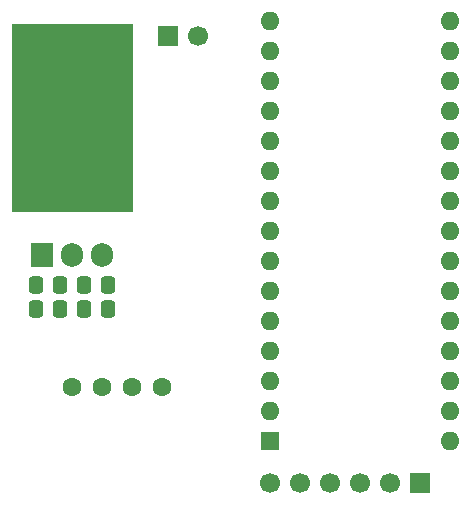
<source format=gbr>
%TF.GenerationSoftware,KiCad,Pcbnew,9.0.1*%
%TF.CreationDate,2025-06-22T03:23:01+02:00*%
%TF.ProjectId,Arduino socket,41726475-696e-46f2-9073-6f636b65742e,rev?*%
%TF.SameCoordinates,Original*%
%TF.FileFunction,Soldermask,Top*%
%TF.FilePolarity,Negative*%
%FSLAX46Y46*%
G04 Gerber Fmt 4.6, Leading zero omitted, Abs format (unit mm)*
G04 Created by KiCad (PCBNEW 9.0.1) date 2025-06-22 03:23:01*
%MOMM*%
%LPD*%
G01*
G04 APERTURE LIST*
G04 Aperture macros list*
%AMRoundRect*
0 Rectangle with rounded corners*
0 $1 Rounding radius*
0 $2 $3 $4 $5 $6 $7 $8 $9 X,Y pos of 4 corners*
0 Add a 4 corners polygon primitive as box body*
4,1,4,$2,$3,$4,$5,$6,$7,$8,$9,$2,$3,0*
0 Add four circle primitives for the rounded corners*
1,1,$1+$1,$2,$3*
1,1,$1+$1,$4,$5*
1,1,$1+$1,$6,$7*
1,1,$1+$1,$8,$9*
0 Add four rect primitives between the rounded corners*
20,1,$1+$1,$2,$3,$4,$5,0*
20,1,$1+$1,$4,$5,$6,$7,0*
20,1,$1+$1,$6,$7,$8,$9,0*
20,1,$1+$1,$8,$9,$2,$3,0*%
G04 Aperture macros list end*
%ADD10C,0.100000*%
%ADD11C,3.500000*%
%ADD12R,1.905000X2.000000*%
%ADD13O,1.905000X2.000000*%
%ADD14R,1.700000X1.700000*%
%ADD15C,1.700000*%
%ADD16RoundRect,0.250000X0.337500X0.475000X-0.337500X0.475000X-0.337500X-0.475000X0.337500X-0.475000X0*%
%ADD17RoundRect,0.250000X-0.337500X-0.475000X0.337500X-0.475000X0.337500X0.475000X-0.337500X0.475000X0*%
%ADD18C,1.600000*%
%ADD19R,1.600000X1.600000*%
%ADD20O,1.600000X1.600000*%
G04 APERTURE END LIST*
D10*
X108158835Y-54578269D02*
X118364000Y-54578269D01*
X118364000Y-70487662D01*
X108158835Y-70487662D01*
X108158835Y-54578269D01*
G36*
X108158835Y-54578269D02*
G01*
X118364000Y-54578269D01*
X118364000Y-70487662D01*
X108158835Y-70487662D01*
X108158835Y-54578269D01*
G37*
D11*
%TO.C,U1*%
X113284000Y-57508000D03*
D12*
X110744000Y-74168000D03*
D13*
X113284000Y-74168000D03*
X115824000Y-74168000D03*
%TD*%
D14*
%TO.C,J2*%
X121412000Y-55626000D03*
D15*
X123952000Y-55626000D03*
%TD*%
D16*
%TO.C,C4*%
X116332000Y-78740000D03*
X114257000Y-78740000D03*
%TD*%
%TO.C,C3*%
X116332000Y-76708000D03*
X114257000Y-76708000D03*
%TD*%
D17*
%TO.C,C2*%
X110193000Y-78740000D03*
X112268000Y-78740000D03*
%TD*%
%TO.C,C1*%
X110193000Y-76708000D03*
X112268000Y-76708000D03*
%TD*%
D18*
%TO.C,RTC1*%
X113284000Y-85344000D03*
X115824000Y-85344000D03*
X118364000Y-85344000D03*
X120904000Y-85344000D03*
%TD*%
D14*
%TO.C,J1*%
X142748000Y-93472000D03*
D15*
X140208000Y-93472000D03*
X137668000Y-93472000D03*
X135128000Y-93472000D03*
X132588000Y-93472000D03*
X130048000Y-93472000D03*
%TD*%
D19*
%TO.C,A1*%
X130048000Y-89916000D03*
D20*
X130048000Y-87376000D03*
X130048000Y-84836000D03*
X130048000Y-82296000D03*
X130048000Y-79756000D03*
X130048000Y-77216000D03*
X130048000Y-74676000D03*
X130048000Y-72136000D03*
X130048000Y-69596000D03*
X130048000Y-67056000D03*
X130048000Y-64516000D03*
X130048000Y-61976000D03*
X130048000Y-59436000D03*
X130048000Y-56896000D03*
X130048000Y-54356000D03*
X145288000Y-54356000D03*
X145288000Y-56896000D03*
X145288000Y-59436000D03*
X145288000Y-61976000D03*
X145288000Y-64516000D03*
X145288000Y-67056000D03*
X145288000Y-69596000D03*
X145288000Y-72136000D03*
X145288000Y-74676000D03*
X145288000Y-77216000D03*
X145288000Y-79756000D03*
X145288000Y-82296000D03*
X145288000Y-84836000D03*
X145288000Y-87376000D03*
X145288000Y-89916000D03*
%TD*%
M02*

</source>
